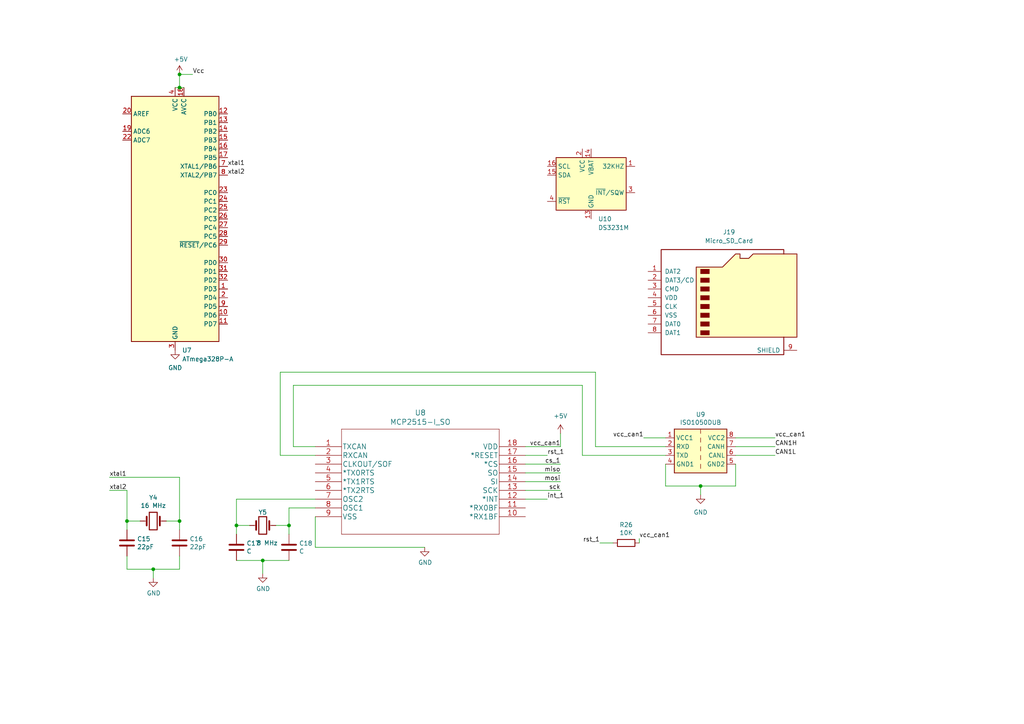
<source format=kicad_sch>
(kicad_sch (version 20211123) (generator eeschema)
  (paper "A4")
  (lib_symbols
    (symbol "Connector:Micro_SD_Card" (pin_names (offset 1.016))
      (property "Reference" "J" (at -16.51 15.24 0))
      (property "Value" "Micro_SD_Card" (at 16.51 15.24 0))
      (symbol "Micro_SD_Card_0_1"
        (rectangle (start -7.62 -9.525) (end -5.08 -10.795) (fill (type outline)))
        (rectangle (start -7.62 -6.985) (end -5.08 -8.255) (fill (type outline)))
        (rectangle (start -7.62 -4.445) (end -5.08 -5.715) (fill (type outline)))
        (rectangle (start -7.62 -1.905) (end -5.08 -3.175) (fill (type outline)))
        (rectangle (start -7.62 0.635) (end -5.08 -0.635) (fill (type outline)))
        (rectangle (start -7.62 3.175) (end -5.08 1.905) (fill (type outline)))
        (rectangle (start -7.62 5.715) (end -5.08 4.445) (fill (type outline)))
        (rectangle (start -7.62 8.255) (end -5.08 6.985) (fill (type outline)))
        (polyline (pts (xy 16.51 12.7) (xy 16.51 13.97) (xy -19.05 13.97) (xy -19.05 -16.51) (xy 16.51 -16.51) (xy 16.51 -11.43)) (stroke (width 0.254)))
        (polyline (pts (xy -8.89 -11.43) (xy -8.89 8.89) (xy -1.27 8.89) (xy 2.54 12.7) (xy 3.81 12.7) (xy 3.81 11.43) (xy 6.35 11.43) (xy 7.62 12.7) (xy 20.32 12.7) (xy 20.32 -11.43) (xy -8.89 -11.43)) (stroke (width 0.254)) (fill (type background)))
      )
      (symbol "Micro_SD_Card_1_1"
        (pin bidirectional line (at -22.86 7.62 0) (length 3.81) (name "DAT2") (number "1"))
        (pin bidirectional line (at -22.86 5.08 0) (length 3.81) (name "DAT3/CD") (number "2"))
        (pin input line (at -22.86 2.54 0) (length 3.81) (name "CMD") (number "3"))
        (pin power_in line (at -22.86 0 0) (length 3.81) (name "VDD") (number "4"))
        (pin input line (at -22.86 -2.54 0) (length 3.81) (name "CLK") (number "5"))
        (pin power_in line (at -22.86 -5.08 0) (length 3.81) (name "VSS") (number "6"))
        (pin bidirectional line (at -22.86 -7.62 0) (length 3.81) (name "DAT0") (number "7"))
        (pin bidirectional line (at -22.86 -10.16 0) (length 3.81) (name "DAT1") (number "8"))
        (pin passive line (at 20.32 -15.24 180) (length 3.81) (name "SHIELD") (number "9"))
      )
    )
    (symbol "Device:C" (pin_numbers hide) (pin_names (offset 0.254))
      (property "Reference" "C" (at 0.635 2.54 0))
      (property "Value" "C" (at 0.635 -2.54 0))
      (symbol "C_0_1"
        (polyline (pts (xy -2.032 -0.762) (xy 2.032 -0.762)) (stroke (width 0.508)))
        (polyline (pts (xy -2.032 0.762) (xy 2.032 0.762)) (stroke (width 0.508)))
      )
      (symbol "C_1_1"
        (pin passive line (at 0 3.81 270) (length 2.794) (name "~") (number "1"))
        (pin passive line (at 0 -3.81 90) (length 2.794) (name "~") (number "2"))
      )
    )
    (symbol "Device:Crystal" (pin_numbers hide) (pin_names (offset 1.016) hide)
      (property "Reference" "Y" (at 0 3.81 0))
      (property "Value" "Crystal" (at 0 -3.81 0))
      (symbol "Crystal_0_1"
        (rectangle (start -1.143 2.54) (end 1.143 -2.54) (stroke (width 0.3048)))
        (polyline (pts (xy -2.54 0) (xy -1.905 0)))
        (polyline (pts (xy -1.905 -1.27) (xy -1.905 1.27)) (stroke (width 0.508)))
        (polyline (pts (xy 1.905 -1.27) (xy 1.905 1.27)) (stroke (width 0.508)))
        (polyline (pts (xy 2.54 0) (xy 1.905 0)))
      )
      (symbol "Crystal_1_1"
        (pin passive line (at -3.81 0 0) (length 1.27) (name "1") (number "1"))
        (pin passive line (at 3.81 0 180) (length 1.27) (name "2") (number "2"))
      )
    )
    (symbol "Device:R" (pin_numbers hide) (pin_names (offset 0))
      (property "Reference" "R" (at 2.032 0 90))
      (property "Value" "R" (at 0 0 90))
      (symbol "R_0_1"
        (rectangle (start -1.016 -2.54) (end 1.016 2.54) (stroke (width 0.254)))
      )
      (symbol "R_1_1"
        (pin passive line (at 0 3.81 270) (length 1.27) (name "~") (number "1"))
        (pin passive line (at 0 -3.81 90) (length 1.27) (name "~") (number "2"))
      )
    )
    (symbol "Interface_CAN_LIN:ISO1050DUB"
      (property "Reference" "U" (at -6.35 6.35 0))
      (property "Value" "ISO1050DUB" (at 2.54 6.35 0))
      (symbol "ISO1050DUB_0_1"
        (rectangle (start -7.62 5.08) (end 7.62 -7.62) (stroke (width 0.254)) (fill (type background)))
        (polyline (pts (xy 0 -5.08) (xy 0 -6.35)))
        (polyline (pts (xy 0 -2.54) (xy 0 -3.81)))
        (polyline (pts (xy 0 0) (xy 0 -1.27)))
        (polyline (pts (xy 0 2.54) (xy 0 1.27)))
        (polyline (pts (xy 0 5.08) (xy 0 3.81)))
      )
      (symbol "ISO1050DUB_1_1"
        (pin power_in line (at -10.16 2.54 0) (length 2.54) (name "VCC1") (number "1"))
        (pin output line (at -10.16 0 0) (length 2.54) (name "RXD") (number "2"))
        (pin input line (at -10.16 -2.54 0) (length 2.54) (name "TXD") (number "3"))
        (pin power_in line (at -10.16 -5.08 0) (length 2.54) (name "GND1") (number "4"))
        (pin power_in line (at 10.16 -5.08 180) (length 2.54) (name "GND2") (number "5"))
        (pin bidirectional line (at 10.16 -2.54 180) (length 2.54) (name "CANL") (number "6"))
        (pin bidirectional line (at 10.16 0 180) (length 2.54) (name "CANH") (number "7"))
        (pin power_in line (at 10.16 2.54 180) (length 2.54) (name "VCC2") (number "8"))
      )
    )
    (symbol "MCU_Microchip_ATmega:ATmega328P-A"
      (property "Reference" "U" (at -12.7 36.83 0))
      (property "Value" "ATmega328P-A" (at 2.54 -36.83 0))
      (symbol "ATmega328P-A_0_1"
        (rectangle (start -12.7 -35.56) (end 12.7 35.56) (stroke (width 0.254)) (fill (type background)))
      )
      (symbol "ATmega328P-A_1_1"
        (pin bidirectional line (at 15.24 -20.32 180) (length 2.54) (name "PD3") (number "1"))
        (pin bidirectional line (at 15.24 -27.94 180) (length 2.54) (name "PD6") (number "10"))
        (pin bidirectional line (at 15.24 -30.48 180) (length 2.54) (name "PD7") (number "11"))
        (pin bidirectional line (at 15.24 30.48 180) (length 2.54) (name "PB0") (number "12"))
        (pin bidirectional line (at 15.24 27.94 180) (length 2.54) (name "PB1") (number "13"))
        (pin bidirectional line (at 15.24 25.4 180) (length 2.54) (name "PB2") (number "14"))
        (pin bidirectional line (at 15.24 22.86 180) (length 2.54) (name "PB3") (number "15"))
        (pin bidirectional line (at 15.24 20.32 180) (length 2.54) (name "PB4") (number "16"))
        (pin bidirectional line (at 15.24 17.78 180) (length 2.54) (name "PB5") (number "17"))
        (pin power_in line (at 2.54 38.1 270) (length 2.54) (name "AVCC") (number "18"))
        (pin input line (at -15.24 25.4 0) (length 2.54) (name "ADC6") (number "19"))
        (pin bidirectional line (at 15.24 -22.86 180) (length 2.54) (name "PD4") (number "2"))
        (pin passive line (at -15.24 30.48 0) (length 2.54) (name "AREF") (number "20"))
        (pin passive line (at 0 -38.1 90) (length 2.54) hide (name "GND") (number "21"))
        (pin input line (at -15.24 22.86 0) (length 2.54) (name "ADC7") (number "22"))
        (pin bidirectional line (at 15.24 7.62 180) (length 2.54) (name "PC0") (number "23"))
        (pin bidirectional line (at 15.24 5.08 180) (length 2.54) (name "PC1") (number "24"))
        (pin bidirectional line (at 15.24 2.54 180) (length 2.54) (name "PC2") (number "25"))
        (pin bidirectional line (at 15.24 0 180) (length 2.54) (name "PC3") (number "26"))
        (pin bidirectional line (at 15.24 -2.54 180) (length 2.54) (name "PC4") (number "27"))
        (pin bidirectional line (at 15.24 -5.08 180) (length 2.54) (name "PC5") (number "28"))
        (pin bidirectional line (at 15.24 -7.62 180) (length 2.54) (name "~{RESET}/PC6") (number "29"))
        (pin power_in line (at 0 -38.1 90) (length 2.54) (name "GND") (number "3"))
        (pin bidirectional line (at 15.24 -12.7 180) (length 2.54) (name "PD0") (number "30"))
        (pin bidirectional line (at 15.24 -15.24 180) (length 2.54) (name "PD1") (number "31"))
        (pin bidirectional line (at 15.24 -17.78 180) (length 2.54) (name "PD2") (number "32"))
        (pin power_in line (at 0 38.1 270) (length 2.54) (name "VCC") (number "4"))
        (pin passive line (at 0 -38.1 90) (length 2.54) hide (name "GND") (number "5"))
        (pin passive line (at 0 38.1 270) (length 2.54) hide (name "VCC") (number "6"))
        (pin bidirectional line (at 15.24 15.24 180) (length 2.54) (name "XTAL1/PB6") (number "7"))
        (pin bidirectional line (at 15.24 12.7 180) (length 2.54) (name "XTAL2/PB7") (number "8"))
        (pin bidirectional line (at 15.24 -25.4 180) (length 2.54) (name "PD5") (number "9"))
      )
    )
    (symbol "Timer_RTC:DS3231M"
      (property "Reference" "U" (at -7.62 8.89 0))
      (property "Value" "DS3231M" (at 10.16 8.89 0))
      (symbol "DS3231M_0_1"
        (rectangle (start -10.16 7.62) (end 10.16 -7.62) (stroke (width 0.254)) (fill (type background)))
      )
      (symbol "DS3231M_1_1"
        (pin open_collector line (at 12.7 5.08 180) (length 2.54) (name "32KHZ") (number "1"))
        (pin passive line (at 0 -10.16 90) (length 2.54) hide (name "GND") (number "10"))
        (pin passive line (at 0 -10.16 90) (length 2.54) hide (name "GND") (number "11"))
        (pin passive line (at 0 -10.16 90) (length 2.54) hide (name "GND") (number "12"))
        (pin power_in line (at 0 -10.16 90) (length 2.54) (name "GND") (number "13"))
        (pin power_in line (at 0 10.16 270) (length 2.54) (name "VBAT") (number "14"))
        (pin bidirectional line (at -12.7 2.54 0) (length 2.54) (name "SDA") (number "15"))
        (pin input line (at -12.7 5.08 0) (length 2.54) (name "SCL") (number "16"))
        (pin power_in line (at -2.54 10.16 270) (length 2.54) (name "VCC") (number "2"))
        (pin open_collector line (at 12.7 -2.54 180) (length 2.54) (name "~{INT}/SQW") (number "3"))
        (pin bidirectional line (at -12.7 -5.08 0) (length 2.54) (name "~{RST}") (number "4"))
        (pin passive line (at 0 -10.16 90) (length 2.54) hide (name "GND") (number "5"))
        (pin passive line (at 0 -10.16 90) (length 2.54) hide (name "GND") (number "6"))
        (pin passive line (at 0 -10.16 90) (length 2.54) hide (name "GND") (number "7"))
        (pin passive line (at 0 -10.16 90) (length 2.54) hide (name "GND") (number "8"))
        (pin passive line (at 0 -10.16 90) (length 2.54) hide (name "GND") (number "9"))
      )
    )
    (symbol "placamaster-rescue:MCP2515-E_P-mcp-2515" (pin_names (offset 0.254))
      (property "Reference" "U" (at 30.48 10.16 0))
      (property "Value" "MCP2515-E_P-mcp-2515" (at 30.48 7.62 0))
      (symbol "MCP2515-E_P-mcp-2515_1_1"
        (polyline (pts (xy 7.62 -25.4) (xy 53.34 -25.4)) (stroke (width 0.127)))
        (polyline (pts (xy 7.62 5.08) (xy 7.62 -25.4)) (stroke (width 0.127)))
        (polyline (pts (xy 53.34 -25.4) (xy 53.34 5.08)) (stroke (width 0.127)))
        (polyline (pts (xy 53.34 5.08) (xy 7.62 5.08)) (stroke (width 0.127)))
        (pin unspecified line (at 0 0 0) (length 7.62) (name "TXCAN") (number "1"))
        (pin unspecified line (at 60.96 -20.32 180) (length 7.62) (name "*RX1BF") (number "10"))
        (pin unspecified line (at 60.96 -17.78 180) (length 7.62) (name "*RX0BF") (number "11"))
        (pin unspecified line (at 60.96 -15.24 180) (length 7.62) (name "*INT") (number "12"))
        (pin unspecified line (at 60.96 -12.7 180) (length 7.62) (name "SCK") (number "13"))
        (pin unspecified line (at 60.96 -10.16 180) (length 7.62) (name "SI") (number "14"))
        (pin unspecified line (at 60.96 -7.62 180) (length 7.62) (name "SO") (number "15"))
        (pin unspecified line (at 60.96 -5.08 180) (length 7.62) (name "*CS") (number "16"))
        (pin unspecified line (at 60.96 -2.54 180) (length 7.62) (name "*RESET") (number "17"))
        (pin unspecified line (at 60.96 0 180) (length 7.62) (name "VDD") (number "18"))
        (pin unspecified line (at 0 -2.54 0) (length 7.62) (name "RXCAN") (number "2"))
        (pin unspecified line (at 0 -5.08 0) (length 7.62) (name "CLKOUT/SOF") (number "3"))
        (pin unspecified line (at 0 -7.62 0) (length 7.62) (name "*TX0RTS") (number "4"))
        (pin unspecified line (at 0 -10.16 0) (length 7.62) (name "*TX1RTS") (number "5"))
        (pin unspecified line (at 0 -12.7 0) (length 7.62) (name "*TX2RTS") (number "6"))
        (pin unspecified line (at 0 -15.24 0) (length 7.62) (name "OSC2") (number "7"))
        (pin unspecified line (at 0 -17.78 0) (length 7.62) (name "OSC1") (number "8"))
        (pin unspecified line (at 0 -20.32 0) (length 7.62) (name "VSS") (number "9"))
      )
    )
    (symbol "power:+5V" (power) (pin_names (offset 0))
      (property "Value" "+5V" (at 0 3.556 0))
      (symbol "+5V_0_1"
        (polyline (pts (xy -0.762 1.27) (xy 0 2.54)))
        (polyline (pts (xy 0 0) (xy 0 2.54)))
        (polyline (pts (xy 0 2.54) (xy 0.762 1.27)))
      )
      (symbol "+5V_1_1"
        (pin power_in line (at 0 0 90) (length 0) hide (name "+5V") (number "1"))
      )
    )
    (symbol "power:GND" (power) (pin_names (offset 0))
      (property "Value" "GND" (at 0 -3.81 0))
      (symbol "GND_0_1"
        (polyline (pts (xy 0 0) (xy 0 -1.27) (xy 1.27 -1.27) (xy 0 -2.54) (xy -1.27 -1.27) (xy 0 -1.27)))
      )
      (symbol "GND_1_1"
        (pin power_in line (at 0 0 270) (length 0) hide (name "GND") (number "1"))
      )
    )
  )
  (junction (at 36.83 151.13))
  (junction (at 76.2 162.56))
  (junction (at 83.82 152.4))
  (junction (at 52.07 21.59))
  (junction (at 44.45 165.1))
  (junction (at 203.2 140.97))
  (junction (at 68.58 152.4))
  (junction (at 52.07 25.4))
  (junction (at 52.07 151.13))
  (wire (pts (xy 52.07 25.4) (xy 50.8 25.4)))
  (wire (pts (xy 91.44 158.75) (xy 123.19 158.75)))
  (wire (pts (xy 76.2 162.56) (xy 76.2 166.37)))
  (wire (pts (xy 76.2 162.56) (xy 68.58 162.56)))
  (wire (pts (xy 152.4 144.78) (xy 158.75 144.78)))
  (wire (pts (xy 40.64 151.13) (xy 36.83 151.13)))
  (wire (pts (xy 186.69 127) (xy 193.04 127)))
  (wire (pts (xy 152.4 142.24) (xy 162.56 142.24)))
  (wire (pts (xy 213.36 140.97) (xy 203.2 140.97)))
  (wire (pts (xy 193.04 132.08) (xy 168.91 132.08)))
  (wire (pts (xy 213.36 127) (xy 224.79 127)))
  (wire (pts (xy 91.44 129.54) (xy 85.09 129.54)))
  (wire (pts (xy 80.01 152.4) (xy 83.82 152.4)))
  (wire (pts (xy 91.44 132.08) (xy 81.28 132.08)))
  (wire (pts (xy 152.4 129.54) (xy 162.56 129.54)))
  (wire (pts (xy 48.26 151.13) (xy 52.07 151.13)))
  (wire (pts (xy 44.45 167.64) (xy 44.45 165.1)))
  (wire (pts (xy 36.83 165.1) (xy 44.45 165.1)))
  (wire (pts (xy 213.36 132.08) (xy 224.79 132.08)))
  (wire (pts (xy 52.07 138.43) (xy 52.07 151.13)))
  (wire (pts (xy 52.07 165.1) (xy 52.07 161.29)))
  (wire (pts (xy 85.09 111.76) (xy 168.91 111.76)))
  (wire (pts (xy 173.99 157.48) (xy 177.8 157.48)))
  (wire (pts (xy 83.82 152.4) (xy 83.82 154.94)))
  (wire (pts (xy 72.39 152.4) (xy 68.58 152.4)))
  (wire (pts (xy 68.58 144.78) (xy 68.58 152.4)))
  (wire (pts (xy 52.07 21.59) (xy 55.88 21.59)))
  (wire (pts (xy 81.28 132.08) (xy 81.28 107.95)))
  (wire (pts (xy 152.4 132.08) (xy 158.75 132.08)))
  (wire (pts (xy 193.04 140.97) (xy 193.04 134.62)))
  (wire (pts (xy 185.42 156.21) (xy 185.42 157.48)))
  (wire (pts (xy 213.36 134.62) (xy 213.36 140.97)))
  (wire (pts (xy 81.28 107.95) (xy 172.72 107.95)))
  (wire (pts (xy 91.44 144.78) (xy 68.58 144.78)))
  (wire (pts (xy 52.07 151.13) (xy 52.07 153.67)))
  (wire (pts (xy 85.09 129.54) (xy 85.09 111.76)))
  (wire (pts (xy 76.2 162.56) (xy 83.82 162.56)))
  (wire (pts (xy 91.44 147.32) (xy 83.82 147.32)))
  (wire (pts (xy 91.44 149.86) (xy 91.44 158.75)))
  (wire (pts (xy 172.72 129.54) (xy 193.04 129.54)))
  (wire (pts (xy 83.82 147.32) (xy 83.82 152.4)))
  (wire (pts (xy 172.72 107.95) (xy 172.72 129.54)))
  (wire (pts (xy 213.36 129.54) (xy 224.79 129.54)))
  (wire (pts (xy 36.83 142.24) (xy 36.83 151.13)))
  (wire (pts (xy 152.4 134.62) (xy 162.56 134.62)))
  (wire (pts (xy 44.45 165.1) (xy 52.07 165.1)))
  (wire (pts (xy 31.75 138.43) (xy 52.07 138.43)))
  (wire (pts (xy 152.4 139.7) (xy 162.56 139.7)))
  (wire (pts (xy 162.56 125.73) (xy 162.56 129.54)))
  (wire (pts (xy 68.58 152.4) (xy 68.58 154.94)))
  (wire (pts (xy 53.34 25.4) (xy 52.07 25.4)))
  (wire (pts (xy 36.83 161.29) (xy 36.83 165.1)))
  (wire (pts (xy 203.2 143.51) (xy 203.2 140.97)))
  (wire (pts (xy 152.4 137.16) (xy 162.56 137.16)))
  (wire (pts (xy 52.07 21.59) (xy 52.07 25.4)))
  (wire (pts (xy 36.83 151.13) (xy 36.83 153.67)))
  (wire (pts (xy 31.75 142.24) (xy 36.83 142.24)))
  (wire (pts (xy 203.2 140.97) (xy 193.04 140.97)))
  (wire (pts (xy 168.91 111.76) (xy 168.91 132.08)))
  (label "Vcc" (at 55.88 21.59 0))
  (label "xtal2" (at 31.75 142.24 0))
  (label "vcc_can1" (at 185.42 156.21 0))
  (label "rst_1" (at 173.99 157.48 180))
  (label "int_1" (at 158.75 144.78 0))
  (label "rst_1" (at 158.75 132.08 0))
  (label "CAN1H" (at 224.79 129.54 0))
  (label "mosi" (at 162.56 139.7 180))
  (label "CAN1L" (at 224.79 132.08 0))
  (label "vcc_can1" (at 162.56 129.54 180))
  (label "sck" (at 162.56 142.24 180))
  (label "vcc_can1" (at 186.69 127 180))
  (label "xtal2" (at 66.04 50.8 0))
  (label "miso" (at 162.56 137.16 180))
  (label "xtal1" (at 66.04 48.26 0))
  (label "vcc_can1" (at 224.79 127 0))
  (label "xtal1" (at 31.75 138.43 0))
  (label "cs_1" (at 162.56 134.62 180))
  (symbol (lib_id "power:GND") (at 203.2 143.51 0) (unit 1)
    (property "Reference" "#PWR014" (effects hide))
    (property "Value" "GND" (at 203.2 148.59 0))
  )
  (symbol (lib_id "power:GND") (at 76.2 166.37 0) (unit 1)
    (property "Reference" "#PWR011" (effects hide))
    (property "Value" "GND" (at 76.327 170.7642 0))
  )
  (symbol (lib_id "MCU_Microchip_ATmega:ATmega328P-A") (at 50.8 63.5 0) (unit 1)
    (property "Reference" "U7" (at 52.8194 101.6 0) (effects (justify left)))
    (property "Value" "ATmega328P-A" (at 52.8194 104.14 0) (effects (justify left)))
    (property "Footprint" "Package_QFP:TQFP-32_7x7mm_P0.8mm" (effects hide))
    (property "Datasheet" "http://ww1.microchip.com/downloads/en/DeviceDoc/ATmega328_P%20AVR%20MCU%20with%20picoPower%20Technology%20Data%20Sheet%2040001984A.pdf" (effects hide))
  )
  (symbol (lib_id "placamaster-rescue:MCP2515-E_P-mcp-2515") (at 91.44 129.54 0) (unit 1)
    (property "Reference" "U8" (at 121.92 119.7102 0) (effects (font (size 1.524 1.524))))
    (property "Value" "MCP2515-I_SO" (at 121.92 122.4026 0) (effects (font (size 1.524 1.524))))
    (property "Footprint" "PDIP18_300MC_MCH" (effects hide))
  )
  (symbol (lib_id "Device:R") (at 181.61 157.48 270) (unit 1)
    (property "Reference" "R26" (at 181.61 152.2222 90))
    (property "Value" "10K" (at 181.61 154.5336 90))
    (property "Footprint" "Resistor_SMD:R_0805_2012Metric_Pad1.20x1.40mm_HandSolder" (effects hide))
  )
  (symbol (lib_id "power:GND") (at 123.19 158.75 0) (unit 1)
    (property "Reference" "#PWR012" (effects hide))
    (property "Value" "GND" (at 123.317 163.1442 0))
  )
  (symbol (lib_id "power:+5V") (at 52.07 21.59 0) (unit 1)
    (property "Reference" "#PWR010" (effects hide))
    (property "Value" "+5V" (at 52.451 17.1958 0))
  )
  (symbol (lib_id "Device:C") (at 68.58 158.75 0) (unit 1)
    (property "Reference" "C17" (at 71.501 157.5816 0) (effects (justify left)))
    (property "Value" "C" (at 71.501 159.893 0) (effects (justify left)))
    (property "Footprint" "Capacitor_SMD:C_0805_2012Metric_Pad1.18x1.45mm_HandSolder" (effects hide))
  )
  (symbol (lib_id "Interface_CAN_LIN:ISO1050DUB") (at 203.2 129.54 0) (unit 1)
    (property "Reference" "U9" (at 203.2 120.2182 0))
    (property "Value" "ISO1050DUB" (at 203.2 122.5296 0))
    (property "Footprint" "Package_SO:SOP-8_6.62x9.15mm_P2.54mm" (effects hide))
    (property "Datasheet" "http://www.ti.com/lit/ds/symlink/iso1050.pdf" (effects hide))
  )
  (symbol (lib_id "Device:C") (at 52.07 157.48 0) (unit 1)
    (property "Reference" "C16" (at 54.991 156.3116 0) (effects (justify left)))
    (property "Value" "22pF" (at 54.991 158.623 0) (effects (justify left)))
    (property "Footprint" "Capacitor_SMD:C_0805_2012Metric_Pad1.18x1.45mm_HandSolder" (effects hide))
  )
  (symbol (lib_id "power:GND") (at 44.45 167.64 0) (unit 1)
    (property "Reference" "#PWR08" (effects hide))
    (property "Value" "GND" (at 44.577 172.0342 0))
  )
  (symbol (lib_id "Device:C") (at 36.83 157.48 0) (unit 1)
    (property "Reference" "C15" (at 39.751 156.3116 0) (effects (justify left)))
    (property "Value" "22pF" (at 39.751 158.623 0) (effects (justify left)))
    (property "Footprint" "Capacitor_SMD:C_0805_2012Metric_Pad1.18x1.45mm_HandSolder" (effects hide))
  )
  (symbol (lib_id "Device:Crystal") (at 44.45 151.13 0) (unit 1)
    (property "Reference" "Y4" (at 44.45 144.3228 0))
    (property "Value" "16 MHz" (at 44.45 146.6342 0))
    (property "Footprint" "Crystal 8MHz:ECS-80-32-1X" (effects hide))
  )
  (symbol (lib_id "Device:C") (at 83.82 158.75 0) (unit 1)
    (property "Reference" "C18" (at 86.741 157.5816 0) (effects (justify left)))
    (property "Value" "C" (at 86.741 159.893 0) (effects (justify left)))
    (property "Footprint" "Capacitor_SMD:C_0805_2012Metric_Pad1.18x1.45mm_HandSolder" (effects hide))
  )
  (symbol (lib_id "power:+5V") (at 162.56 125.73 0) (unit 1)
    (property "Reference" "#PWR013" (effects hide))
    (property "Value" "+5V" (at 162.56 120.65 0))
  )
  (symbol (lib_id "Connector:Micro_SD_Card") (at 210.82 86.36 0) (unit 1)
    (property "Reference" "J19" (at 211.455 67.31 0))
    (property "Value" "Micro_SD_Card" (at 211.455 69.85 0))
    (property "Footprint" "Connector_Card:microSD_HC_Molex_104031-0811" (effects hide))
    (property "Datasheet" "http://katalog.we-online.de/em/datasheet/693072010801.pdf" (effects hide))
  )
  (symbol (lib_id "power:GND") (at 50.8 101.6 0) (unit 1)
    (property "Reference" "#PWR09" (effects hide))
    (property "Value" "GND" (at 50.8 106.68 0))
  )
  (symbol (lib_id "Device:Crystal") (at 76.2 152.4 0) (unit 1)
    (property "Reference" "Y5" (at 76.2 148.59 0))
    (property "Value" "8 MHz" (at 77.47 157.48 0))
    (property "Footprint" "Crystal 8MHz:ECS-80-32-1X" (effects hide))
  )
  (symbol (lib_id "Timer_RTC:DS3231M") (at 171.45 53.34 0) (unit 1)
    (property "Reference" "U10" (at 173.4694 63.5 0) (effects (justify left)))
    (property "Value" "DS3231M" (at 173.4694 66.04 0) (effects (justify left)))
    (property "Footprint" "Package_SO:SOIC-16W_7.5x10.3mm_P1.27mm" (effects hide))
    (property "Datasheet" "http://datasheets.maximintegrated.com/en/ds/DS3231.pdf" (effects hide))
  )
)
</source>
